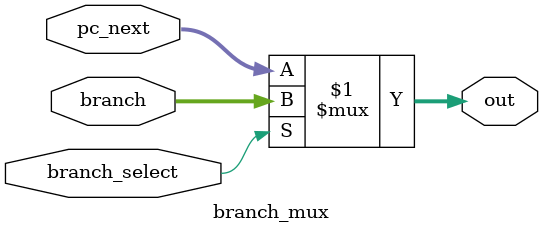
<source format=v>
module branch_mux (
    input [31:0] branch,
    input [31:0] pc_next,
    input branch_select,
    output [31:0] out
);

assign out = (branch_select) ? branch : pc_next;

endmodule
</source>
